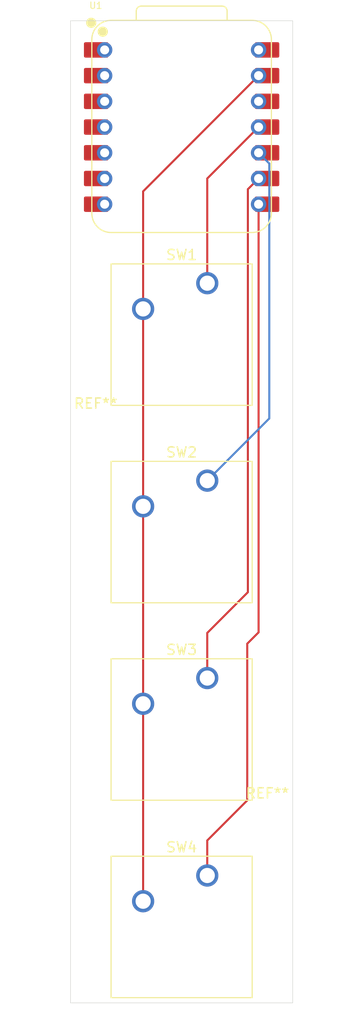
<source format=kicad_pcb>
(kicad_pcb (version 20240108) (generator "pcbnew") (generator_version "8.0")
  (layers (0 "F.Cu" signal) (31 "B.Cu" signal) (34 "B.Paste" user) (35 "F.Paste" user) (36 "B.SilkS" user "B.Silkscreen") (37 "F.SilkS" user "F.Silkscreen") (38 "B.Mask" user) (39 "F.Mask" user) (44 "Edge.Cuts" user))
  (net 0 "")
  (net 1 "Net-(U1-GND)")
  (net 2 "Net-(U1-GPIO3{slash}MOSI)")
  (net 3 "Net-(U1-GPIO4{slash}MISO)")
  (net 4 "Net-(U1-GPIO2{slash}SCK)")
  (net 5 "Net-(U1-GPIO1{slash}RX)")
  (footprint "MountingHole:MountingHole_2.2mm_M2" (layer "F.Cu") (at 110.5 74)
    (property "Reference" "REF**" (at 0 -3.2 0) (layer "F.SilkS"))
    (property "Value" "MountingHole_2.2mm_M2")
    (pad "" np_thru_hole circle (at 0 0) (size 2.2 2.2) (drill 2.2) (layers "*.Cu" "*.Mask"))
  )
  (footprint "3dedited:SW_Cherry_MX_1.00u_PCB" (layer "F.Cu") (at 121.54 117.42)
    (property "Reference" "SW4" (at -2.54 -2.794 0) (layer "F.SilkS"))
    (property "Value" "SW_Push")
    (fp_line (start -9.525 -1.905) (end 4.445 -1.905) (stroke (width 0.12)) (layer "F.SilkS"))
    (fp_line (start -9.525 12.065) (end -9.525 -1.905) (stroke (width 0.12)) (layer "F.SilkS"))
    (fp_line (start 4.445 -1.905) (end 4.445 12.065) (stroke (width 0.12)) (layer "F.SilkS"))
    (fp_line (start 4.445 12.065) (end -9.525 12.065) (stroke (width 0.12)) (layer "F.SilkS"))
    (pad "" np_thru_hole circle (at -7.62 5.08) (size 1.7 1.7) (drill 1.7) (layers "*.Cu" "*.Mask"))
    (pad "" np_thru_hole circle (at -2.54 5.08) (size 4 4) (drill 4) (layers "*.Cu" "*.Mask"))
    (pad "" np_thru_hole circle (at 2.54 5.08) (size 1.7 1.7) (drill 1.7) (layers "*.Cu" "*.Mask"))
    (pad "1" thru_hole circle (at 0 0) (size 2.2 2.2) (drill 1.5) (layers "*.Cu" "*.Mask") (net 5 "Net-(U1-GPIO1{slash}RX)"))
    (pad "2" thru_hole circle (at -6.35 2.54) (size 2.2 2.2) (drill 1.5) (layers "*.Cu" "*.Mask") (net 1 "Net-(U1-GND)"))
  )
  (footprint "MountingHole:MountingHole_2.2mm_M2" (layer "F.Cu") (at 127.5 112.5)
    (property "Reference" "REF**" (at 0 -3.2 0) (layer "F.SilkS"))
    (property "Value" "MountingHole_2.2mm_M2")
    (pad "" np_thru_hole circle (at 0 0) (size 2.2 2.2) (drill 2.2) (layers "*.Cu" "*.Mask"))
  )
  (footprint "3dedited:SW_Cherry_MX_1.00u_PCB" (layer "F.Cu") (at 121.54 58.92)
    (property "Reference" "SW1" (at -2.54 -2.794 0) (layer "F.SilkS"))
    (property "Value" "SW_Push")
    (fp_line (start -9.525 -1.905) (end 4.445 -1.905) (stroke (width 0.12)) (layer "F.SilkS"))
    (fp_line (start -9.525 12.065) (end -9.525 -1.905) (stroke (width 0.12)) (layer "F.SilkS"))
    (fp_line (start 4.445 -1.905) (end 4.445 12.065) (stroke (width 0.12)) (layer "F.SilkS"))
    (fp_line (start 4.445 12.065) (end -9.525 12.065) (stroke (width 0.12)) (layer "F.SilkS"))
    (pad "" np_thru_hole circle (at -7.62 5.08) (size 1.7 1.7) (drill 1.7) (layers "*.Cu" "*.Mask"))
    (pad "" np_thru_hole circle (at -2.54 5.08) (size 4 4) (drill 4) (layers "*.Cu" "*.Mask"))
    (pad "" np_thru_hole circle (at 2.54 5.08) (size 1.7 1.7) (drill 1.7) (layers "*.Cu" "*.Mask"))
    (pad "1" thru_hole circle (at 0 0) (size 2.2 2.2) (drill 1.5) (layers "*.Cu" "*.Mask") (net 2 "Net-(U1-GPIO3{slash}MOSI)"))
    (pad "2" thru_hole circle (at -6.35 2.54) (size 2.2 2.2) (drill 1.5) (layers "*.Cu" "*.Mask") (net 1 "Net-(U1-GND)"))
  )
  (footprint "3dedited:SW_Cherry_MX_1.00u_PCB" (layer "F.Cu") (at 121.54 97.92)
    (property "Reference" "SW3" (at -2.54 -2.794 0) (layer "F.SilkS"))
    (property "Value" "SW_Push")
    (fp_line (start -9.525 -1.905) (end 4.445 -1.905) (stroke (width 0.12)) (layer "F.SilkS"))
    (fp_line (start -9.525 12.065) (end -9.525 -1.905) (stroke (width 0.12)) (layer "F.SilkS"))
    (fp_line (start 4.445 -1.905) (end 4.445 12.065) (stroke (width 0.12)) (layer "F.SilkS"))
    (fp_line (start 4.445 12.065) (end -9.525 12.065) (stroke (width 0.12)) (layer "F.SilkS"))
    (pad "" np_thru_hole circle (at -7.62 5.08) (size 1.7 1.7) (drill 1.7) (layers "*.Cu" "*.Mask"))
    (pad "" np_thru_hole circle (at -2.54 5.08) (size 4 4) (drill 4) (layers "*.Cu" "*.Mask"))
    (pad "" np_thru_hole circle (at 2.54 5.08) (size 1.7 1.7) (drill 1.7) (layers "*.Cu" "*.Mask"))
    (pad "1" thru_hole circle (at 0 0) (size 2.2 2.2) (drill 1.5) (layers "*.Cu" "*.Mask") (net 4 "Net-(U1-GPIO2{slash}SCK)"))
    (pad "2" thru_hole circle (at -6.35 2.54) (size 2.2 2.2) (drill 1.5) (layers "*.Cu" "*.Mask") (net 1 "Net-(U1-GND)"))
  )
  (footprint "Seeed Studio XIAO Series Library:XIAO-RP2040-DIP" (layer "F.Cu") (at 119 43.5)
    (property "Reference" "U1" (at -8.5 -12 0) (layer "F.SilkS") (effects (font (size 0.635 0.635) (thickness 0.1016))))
    (property "Value" "XIAO-RP2040-DIP")
    (fp_line (start -8.89 8.509) (end -8.89 -8.636) (stroke (width 0.127)) (layer "F.SilkS"))
    (fp_line (start -6.985 10.414) (end 6.985 10.414) (stroke (width 0.127)) (layer "F.SilkS"))
    (fp_line (start -4.495 -10.541) (end -4.491272 -11.451272) (stroke (width 0.127)) (layer "F.SilkS"))
    (fp_line (start -3.991272 -11.951) (end 4.004 -11.951) (stroke (width 0.127)) (layer "F.SilkS"))
    (fp_line (start 4.504 -11.451) (end 4.504 -10.541) (stroke (width 0.127)) (layer "F.SilkS"))
    (fp_line (start 6.985 -10.541) (end -6.985 -10.541) (stroke (width 0.1)) (layer "F.SilkS"))
    (fp_line (start 6.985 -10.541) (end -6.985 -10.541) (stroke (width 0.127)) (layer "F.SilkS"))
    (fp_line (start 8.89 8.509) (end 8.89 -8.636) (stroke (width 0.127)) (layer "F.SilkS"))
    (fp_arc (start -8.89 -8.636) (mid -8.332038 -9.983038) (end -6.985 -10.541) (stroke (width 0.127)) (layer "F.SilkS"))
    (fp_arc (start -6.985 10.414) (mid -8.332038 9.856038) (end -8.89 8.509) (stroke (width 0.127)) (layer "F.SilkS"))
    (fp_arc (start -4.491272 -11.451272) (mid -4.344724 -11.804644) (end -3.991272 -11.951) (stroke (width 0.127)) (layer "F.SilkS"))
    (fp_arc (start 4.004 -11.951) (mid 4.357553 -11.804553) (end 4.504 -11.451) (stroke (width 0.127)) (layer "F.SilkS"))
    (fp_arc (start 6.985 -10.541) (mid 8.332038 -9.983038) (end 8.89 -8.636) (stroke (width 0.127)) (layer "F.SilkS"))
    (fp_arc (start 8.89 8.509) (mid 8.332038 9.856038) (end 6.985 10.414) (stroke (width 0.127)) (layer "F.SilkS"))
    (fp_circle (center -8.95 -10.3) (end -8.95 -10.554) (stroke (width 0.5)) (fill solid) (layer "F.SilkS"))
    (fp_circle (center -7.807 -9.42) (end -7.807 -9.674) (stroke (width 0.5)) (fill solid) (layer "F.SilkS"))
    (pad "1" smd roundrect (at -8.455 -7.62 180) (size 2.432 1.524) (layers "F.Cu" "F.Mask") (roundrect_rratio 0.1))
    (pad "1" thru_hole circle (at -7.62 -7.62 180) (size 1.524 1.524) (drill 0.889) (layers "*.Cu" "*.Mask"))
    (pad "2" smd roundrect (at -8.455 -5.08 180) (size 2.432 1.524) (layers "F.Cu" "F.Mask") (roundrect_rratio 0.1))
    (pad "2" thru_hole circle (at -7.62 -5.08 180) (size 1.524 1.524) (drill 0.889) (layers "*.Cu" "*.Mask"))
    (pad "3" smd roundrect (at -8.455 -2.54 180) (size 2.432 1.524) (layers "F.Cu" "F.Mask") (roundrect_rratio 0.1))
    (pad "3" thru_hole circle (at -7.62 -2.54 180) (size 1.524 1.524) (drill 0.889) (layers "*.Cu" "*.Mask"))
    (pad "4" smd roundrect (at -8.455 0 180) (size 2.432 1.524) (layers "F.Cu" "F.Mask") (roundrect_rratio 0.1))
    (pad "4" thru_hole circle (at -7.62 0 180) (size 1.524 1.524) (drill 0.889) (layers "*.Cu" "*.Mask"))
    (pad "5" smd roundrect (at -8.455 2.54 180) (size 2.432 1.524) (layers "F.Cu" "F.Mask") (roundrect_rratio 0.1))
    (pad "5" thru_hole circle (at -7.62 2.54 180) (size 1.524 1.524) (drill 0.889) (layers "*.Cu" "*.Mask"))
    (pad "6" smd roundrect (at -8.455 5.08 180) (size 2.432 1.524) (layers "F.Cu" "F.Mask") (roundrect_rratio 0.1))
    (pad "6" thru_hole circle (at -7.62 5.08 180) (size 1.524 1.524) (drill 0.889) (layers "*.Cu" "*.Mask"))
    (pad "7" smd roundrect (at -8.455 7.62 180) (size 2.432 1.524) (layers "F.Cu" "F.Mask") (roundrect_rratio 0.1))
    (pad "7" thru_hole circle (at -7.62 7.62 180) (size 1.524 1.524) (drill 0.889) (layers "*.Cu" "*.Mask"))
    (pad "8" thru_hole circle (at 7.62 7.62) (size 1.524 1.524) (drill 0.889) (layers "*.Cu" "*.Mask") (net 5 "Net-(U1-GPIO1{slash}RX)"))
    (pad "8" smd roundrect (at 8.455 7.62) (size 2.432 1.524) (layers "F.Cu" "F.Mask") (roundrect_rratio 0.1) (net 5 "Net-(U1-GPIO1{slash}RX)"))
    (pad "9" thru_hole circle (at 7.62 5.08) (size 1.524 1.524) (drill 0.889) (layers "*.Cu" "*.Mask") (net 4 "Net-(U1-GPIO2{slash}SCK)"))
    (pad "9" smd roundrect (at 8.455 5.08) (size 2.432 1.524) (layers "F.Cu" "F.Mask") (roundrect_rratio 0.1) (net 4 "Net-(U1-GPIO2{slash}SCK)"))
    (pad "10" thru_hole circle (at 7.62 2.54) (size 1.524 1.524) (drill 0.889) (layers "*.Cu" "*.Mask") (net 3 "Net-(U1-GPIO4{slash}MISO)"))
    (pad "10" smd roundrect (at 8.455 2.54) (size 2.432 1.524) (layers "F.Cu" "F.Mask") (roundrect_rratio 0.1) (net 3 "Net-(U1-GPIO4{slash}MISO)"))
    (pad "11" thru_hole circle (at 7.62 0) (size 1.524 1.524) (drill 0.889) (layers "*.Cu" "*.Mask") (net 2 "Net-(U1-GPIO3{slash}MOSI)"))
    (pad "11" smd roundrect (at 8.455 0) (size 2.432 1.524) (layers "F.Cu" "F.Mask") (roundrect_rratio 0.1) (net 2 "Net-(U1-GPIO3{slash}MOSI)"))
    (pad "12" thru_hole circle (at 7.62 -2.54) (size 1.524 1.524) (drill 0.889) (layers "*.Cu" "*.Mask"))
    (pad "12" smd roundrect (at 8.455 -2.54) (size 2.432 1.524) (layers "F.Cu" "F.Mask") (roundrect_rratio 0.1))
    (pad "13" thru_hole circle (at 7.62 -5.08) (size 1.524 1.524) (drill 0.889) (layers "*.Cu" "*.Mask") (net 1 "Net-(U1-GND)"))
    (pad "13" smd roundrect (at 8.455 -5.08) (size 2.432 1.524) (layers "F.Cu" "F.Mask") (roundrect_rratio 0.1) (net 1 "Net-(U1-GND)"))
    (pad "14" thru_hole circle (at 7.62 -7.62) (size 1.524 1.524) (drill 0.889) (layers "*.Cu" "*.Mask"))
    (pad "14" smd roundrect (at 8.455 -7.62) (size 2.432 1.524) (layers "F.Cu" "F.Mask") (roundrect_rratio 0.1))
  )
  (footprint "3dedited:SW_Cherry_MX_1.00u_PCB" (layer "F.Cu") (at 121.54 78.42)
    (property "Reference" "SW2" (at -2.54 -2.794 0) (layer "F.SilkS"))
    (property "Value" "SW_Push")
    (fp_line (start -9.525 -1.905) (end 4.445 -1.905) (stroke (width 0.12)) (layer "F.SilkS"))
    (fp_line (start -9.525 12.065) (end -9.525 -1.905) (stroke (width 0.12)) (layer "F.SilkS"))
    (fp_line (start 4.445 -1.905) (end 4.445 12.065) (stroke (width 0.12)) (layer "F.SilkS"))
    (fp_line (start 4.445 12.065) (end -9.525 12.065) (stroke (width 0.12)) (layer "F.SilkS"))
    (pad "" np_thru_hole circle (at -7.62 5.08) (size 1.7 1.7) (drill 1.7) (layers "*.Cu" "*.Mask"))
    (pad "" np_thru_hole circle (at -2.54 5.08) (size 4 4) (drill 4) (layers "*.Cu" "*.Mask"))
    (pad "" np_thru_hole circle (at 2.54 5.08) (size 1.7 1.7) (drill 1.7) (layers "*.Cu" "*.Mask"))
    (pad "1" thru_hole circle (at 0 0) (size 2.2 2.2) (drill 1.5) (layers "*.Cu" "*.Mask") (net 3 "Net-(U1-GPIO4{slash}MISO)"))
    (pad "2" thru_hole circle (at -6.35 2.54) (size 2.2 2.2) (drill 1.5) (layers "*.Cu" "*.Mask") (net 1 "Net-(U1-GND)"))
  )
  (gr_rect (start 108 33) (end 130 130) (stroke (width 0.05)) (fill none) (layer "Edge.Cuts"))
  (segment (start 126.62 38.42) (end 115.19 49.85) (width 0.2) (layer "F.Cu") (net 1))
  (segment (start 115.19 61.46) (end 115.19 80.96) (width 0.2) (layer "F.Cu") (net 1))
  (segment (start 115.19 80.96) (end 115.19 100.46) (width 0.2) (layer "F.Cu") (net 1))
  (segment (start 115.19 49.85) (end 115.19 61.46) (width 0.2) (layer "F.Cu") (net 1))
  (segment (start 115.19 119.96) (end 115.19 100.46) (width 0.2) (layer "F.Cu") (net 1))
  (segment (start 121.54 58.92) (end 121.54 48.58) (width 0.2) (layer "F.Cu") (net 2))
  (segment (start 121.54 48.58) (end 126.62 43.5) (width 0.2) (layer "F.Cu") (net 2))
  (segment (start 127.682 72.278) (end 121.54 78.42) (width 0.2) (layer "B.Cu") (net 3))
  (segment (start 127.682 47.102) (end 127.682 72.278) (width 0.2) (layer "B.Cu") (net 3))
  (segment (start 126.62 46.04) (end 127.682 47.102) (width 0.2) (layer "B.Cu") (net 3))
  (segment (start 125.558 89.442) (end 121.54 93.46) (width 0.2) (layer "F.Cu") (net 4))
  (segment (start 126.62 48.58) (end 125.558 49.642) (width 0.2) (layer "F.Cu") (net 4))
  (segment (start 121.54 93.46) (end 121.54 97.92) (width 0.2) (layer "F.Cu") (net 4))
  (segment (start 125.558 49.642) (end 125.558 89.442) (width 0.2) (layer "F.Cu") (net 4))
  (segment (start 126.62 93.405686) (end 125.5 94.525686) (width 0.2) (layer "F.Cu") (net 5))
  (segment (start 125.5 110) (end 121.54 113.96) (width 0.2) (layer "F.Cu") (net 5))
  (segment (start 126.62 51.12) (end 126.62 93.405686) (width 0.2) (layer "F.Cu") (net 5))
  (segment (start 121.54 113.96) (end 121.54 117.42) (width 0.2) (layer "F.Cu") (net 5))
  (segment (start 125.5 94.525686) (end 125.5 110) (width 0.2) (layer "F.Cu") (net 5))
)
</source>
